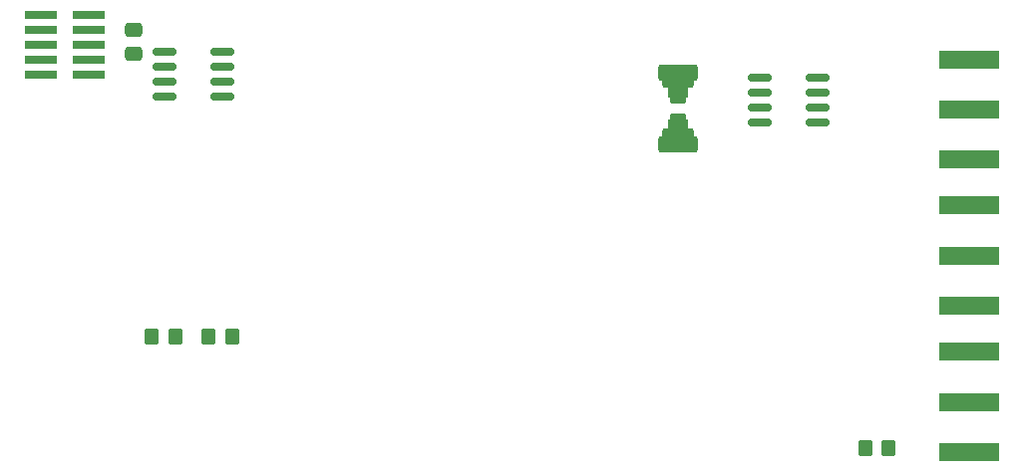
<source format=gbr>
%TF.GenerationSoftware,KiCad,Pcbnew,6.0.1*%
%TF.CreationDate,2022-03-28T04:13:40+02:00*%
%TF.ProjectId,glitcher,676c6974-6368-4657-922e-6b696361645f,4*%
%TF.SameCoordinates,Original*%
%TF.FileFunction,Paste,Top*%
%TF.FilePolarity,Positive*%
%FSLAX46Y46*%
G04 Gerber Fmt 4.6, Leading zero omitted, Abs format (unit mm)*
G04 Created by KiCad (PCBNEW 6.0.1) date 2022-03-28 04:13:40*
%MOMM*%
%LPD*%
G01*
G04 APERTURE LIST*
G04 Aperture macros list*
%AMRoundRect*
0 Rectangle with rounded corners*
0 $1 Rounding radius*
0 $2 $3 $4 $5 $6 $7 $8 $9 X,Y pos of 4 corners*
0 Add a 4 corners polygon primitive as box body*
4,1,4,$2,$3,$4,$5,$6,$7,$8,$9,$2,$3,0*
0 Add four circle primitives for the rounded corners*
1,1,$1+$1,$2,$3*
1,1,$1+$1,$4,$5*
1,1,$1+$1,$6,$7*
1,1,$1+$1,$8,$9*
0 Add four rect primitives between the rounded corners*
20,1,$1+$1,$2,$3,$4,$5,0*
20,1,$1+$1,$4,$5,$6,$7,0*
20,1,$1+$1,$6,$7,$8,$9,0*
20,1,$1+$1,$8,$9,$2,$3,0*%
G04 Aperture macros list end*
%ADD10RoundRect,0.250000X0.450000X-0.350000X0.450000X0.350000X-0.450000X0.350000X-0.450000X-0.350000X0*%
%ADD11R,5.080000X1.500000*%
%ADD12RoundRect,0.249999X1.075001X-0.450001X1.075001X0.450001X-1.075001X0.450001X-1.075001X-0.450001X0*%
%ADD13RoundRect,0.250000X0.350000X0.450000X-0.350000X0.450000X-0.350000X-0.450000X0.350000X-0.450000X0*%
%ADD14R,2.790000X0.740000*%
%ADD15RoundRect,0.250000X-0.350000X-0.450000X0.350000X-0.450000X0.350000X0.450000X-0.350000X0.450000X0*%
%ADD16RoundRect,0.249999X1.425001X-0.450001X1.425001X0.450001X-1.425001X0.450001X-1.425001X-0.450001X0*%
%ADD17RoundRect,0.250000X-0.475000X0.337500X-0.475000X-0.337500X0.475000X-0.337500X0.475000X0.337500X0*%
%ADD18RoundRect,0.250000X0.625000X-0.400000X0.625000X0.400000X-0.625000X0.400000X-0.625000X-0.400000X0*%
%ADD19RoundRect,0.150000X-0.825000X-0.150000X0.825000X-0.150000X0.825000X0.150000X-0.825000X0.150000X0*%
G04 APERTURE END LIST*
D10*
%TO.C,R300d1*%
X135128000Y-88179000D03*
X135128000Y-86179000D03*
%TD*%
D11*
%TO.C,J206*%
X159845000Y-87287000D03*
X159845000Y-91537000D03*
X159845000Y-83037000D03*
%TD*%
D12*
%TO.C,R300b1*%
X135128000Y-89579000D03*
X135128000Y-84779000D03*
%TD*%
D13*
%TO.C,R200*%
X153035000Y-116078000D03*
X151035000Y-116078000D03*
%TD*%
D14*
%TO.C,J102*%
X85094000Y-84326000D03*
X81024000Y-84326000D03*
X85094000Y-83056000D03*
X81024000Y-83056000D03*
X85094000Y-81786000D03*
X81024000Y-81786000D03*
X85094000Y-80516000D03*
X81024000Y-80516000D03*
X85094000Y-79246000D03*
X81024000Y-79246000D03*
%TD*%
D15*
%TO.C,R500*%
X90424000Y-106553000D03*
X92424000Y-106553000D03*
%TD*%
D16*
%TO.C,R300*%
X135150000Y-90229000D03*
X135150000Y-84129000D03*
%TD*%
D17*
%TO.C,C401*%
X88900000Y-80475000D03*
X88900000Y-82550000D03*
%TD*%
D18*
%TO.C,R300c1*%
X135128000Y-88729000D03*
X135128000Y-85629000D03*
%TD*%
D19*
%TO.C,U401a*%
X91505000Y-82375819D03*
X91505000Y-83645819D03*
X91505000Y-84915819D03*
X91505000Y-86185819D03*
X96455000Y-86185819D03*
X96455000Y-84915819D03*
X96455000Y-83645819D03*
X96455000Y-82375819D03*
%TD*%
D15*
%TO.C,R501*%
X95250000Y-106553000D03*
X97250000Y-106553000D03*
%TD*%
D11*
%TO.C,J204*%
X159888000Y-99695000D03*
X159888000Y-103945000D03*
X159888000Y-95445000D03*
%TD*%
D19*
%TO.C,Q300*%
X142051000Y-84582000D03*
X142051000Y-85852000D03*
X142051000Y-87122000D03*
X142051000Y-88392000D03*
X147001000Y-88392000D03*
X147001000Y-87122000D03*
X147001000Y-85852000D03*
X147001000Y-84582000D03*
%TD*%
D11*
%TO.C,J203*%
X159888000Y-112141000D03*
X159888000Y-116391000D03*
X159888000Y-107891000D03*
%TD*%
M02*

</source>
